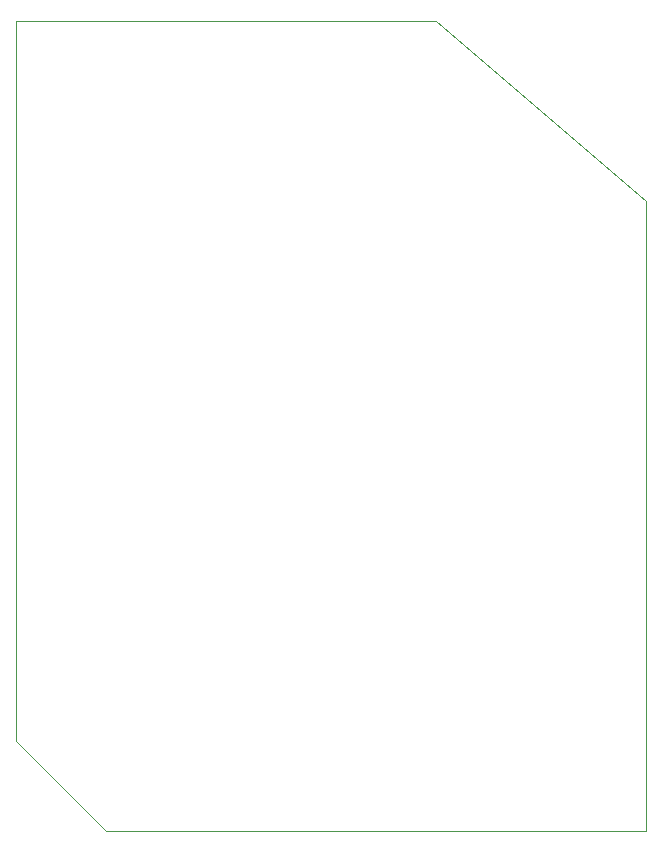
<source format=gbr>
%TF.GenerationSoftware,KiCad,Pcbnew,7.0.9*%
%TF.CreationDate,2023-12-30T23:58:47+01:00*%
%TF.ProjectId,Counter,436f756e-7465-4722-9e6b-696361645f70,rev?*%
%TF.SameCoordinates,Original*%
%TF.FileFunction,Profile,NP*%
%FSLAX46Y46*%
G04 Gerber Fmt 4.6, Leading zero omitted, Abs format (unit mm)*
G04 Created by KiCad (PCBNEW 7.0.9) date 2023-12-30 23:58:47*
%MOMM*%
%LPD*%
G01*
G04 APERTURE LIST*
%TA.AperFunction,Profile*%
%ADD10C,0.100000*%
%TD*%
G04 APERTURE END LIST*
D10*
X149860000Y-76200000D02*
X149860000Y-129540000D01*
X104140000Y-129540000D01*
X96520000Y-121920000D01*
X96520000Y-60960000D01*
X132080000Y-60960000D01*
X149860000Y-76200000D01*
M02*

</source>
